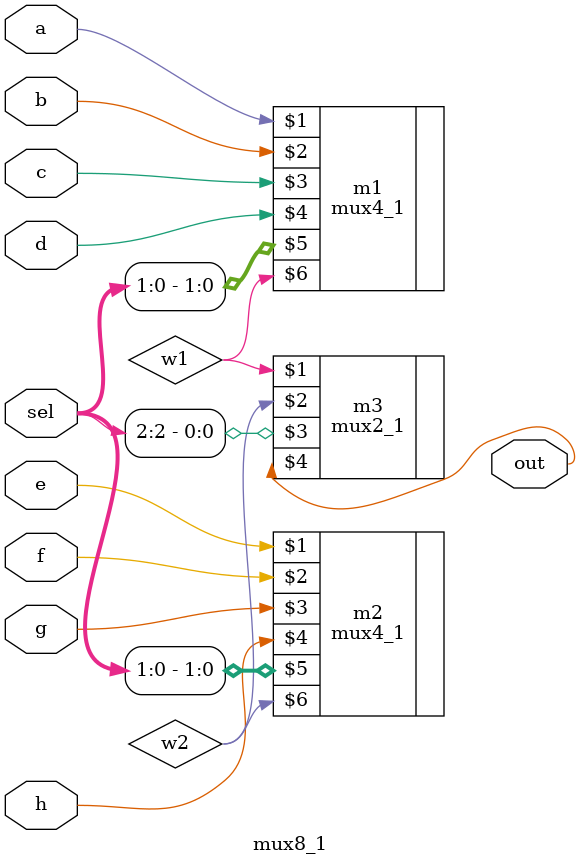
<source format=v>
`timescale 1ns / 1ps


module mux8_1(a, b, c, d, e, f, g, h, sel, out);
    input a, b, c, d, e, f, g, h;
    input[2:0] sel;
    output out;
    
    mux4_1 m1(a, b, c, d, sel[1:0], w1);
    mux4_1 m2(e, f, g, h, sel[1:0], w2);
    
    mux2_1 m3(w1, w2, sel[2], out);
    
endmodule

</source>
